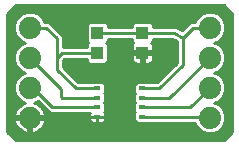
<source format=gtl>
G75*
%MOIN*%
%OFA0B0*%
%FSLAX25Y25*%
%IPPOS*%
%LPD*%
%AMOC8*
5,1,8,0,0,1.08239X$1,22.5*
%
%ADD10R,0.03937X0.04331*%
%ADD11C,0.07400*%
%ADD12R,0.02362X0.01181*%
%ADD13C,0.01000*%
%ADD14C,0.03378*%
D10*
X0034000Y0033154D03*
X0034000Y0039846D03*
X0049000Y0039846D03*
X0049000Y0033154D03*
D11*
X0071500Y0031500D03*
X0071500Y0021500D03*
X0071500Y0011500D03*
X0071500Y0041500D03*
X0011500Y0041500D03*
X0011500Y0031500D03*
X0011500Y0021500D03*
X0011500Y0011500D03*
D12*
X0034020Y0011776D03*
X0034020Y0014925D03*
X0034020Y0018075D03*
X0034020Y0021224D03*
X0048980Y0021224D03*
X0048980Y0018075D03*
X0048980Y0014925D03*
X0048980Y0011776D03*
D13*
X0076667Y0004496D02*
X0006333Y0004496D01*
X0006828Y0004000D02*
X0004000Y0006828D01*
X0004000Y0046172D01*
X0006828Y0049000D01*
X0076172Y0049000D01*
X0079000Y0046172D01*
X0079000Y0006828D01*
X0076172Y0004000D01*
X0006828Y0004000D01*
X0005334Y0005494D02*
X0077666Y0005494D01*
X0078664Y0006493D02*
X0072999Y0006493D01*
X0072534Y0006300D02*
X0074446Y0007092D01*
X0075908Y0008554D01*
X0076700Y0010466D01*
X0076700Y0012534D01*
X0075908Y0014446D01*
X0074446Y0015908D01*
X0073017Y0016500D01*
X0074446Y0017092D01*
X0075908Y0018554D01*
X0076700Y0020466D01*
X0076700Y0022534D01*
X0075908Y0024446D01*
X0074446Y0025908D01*
X0073017Y0026500D01*
X0074446Y0027092D01*
X0075908Y0028554D01*
X0076700Y0030466D01*
X0076700Y0032534D01*
X0075908Y0034446D01*
X0074446Y0035908D01*
X0073017Y0036500D01*
X0074446Y0037092D01*
X0075908Y0038554D01*
X0076700Y0040466D01*
X0076700Y0042534D01*
X0075908Y0044446D01*
X0074446Y0045908D01*
X0072534Y0046700D01*
X0070466Y0046700D01*
X0068554Y0045908D01*
X0067092Y0044446D01*
X0066700Y0043500D01*
X0065172Y0043500D01*
X0064000Y0042328D01*
X0062230Y0040559D01*
X0060919Y0041410D01*
X0060482Y0041846D01*
X0060245Y0041846D01*
X0060047Y0041975D01*
X0059443Y0041846D01*
X0052468Y0041846D01*
X0052468Y0042633D01*
X0051590Y0043512D01*
X0046410Y0043512D01*
X0045531Y0042633D01*
X0045531Y0041846D01*
X0037468Y0041846D01*
X0037468Y0042633D01*
X0036590Y0043512D01*
X0031410Y0043512D01*
X0030531Y0042633D01*
X0030531Y0037060D01*
X0031091Y0036500D01*
X0030531Y0035940D01*
X0030531Y0035154D01*
X0022500Y0035154D01*
X0022500Y0038828D01*
X0017828Y0043500D01*
X0016300Y0043500D01*
X0015908Y0044446D01*
X0014446Y0045908D01*
X0012534Y0046700D01*
X0010466Y0046700D01*
X0008554Y0045908D01*
X0007092Y0044446D01*
X0006300Y0042534D01*
X0006300Y0040466D01*
X0007092Y0038554D01*
X0008554Y0037092D01*
X0009983Y0036500D01*
X0008554Y0035908D01*
X0007092Y0034446D01*
X0006300Y0032534D01*
X0006300Y0030466D01*
X0007092Y0028554D01*
X0008554Y0027092D01*
X0009983Y0026500D01*
X0008554Y0025908D01*
X0007092Y0024446D01*
X0006300Y0022534D01*
X0006300Y0020466D01*
X0007092Y0018554D01*
X0008554Y0017092D01*
X0010017Y0016486D01*
X0009504Y0016319D01*
X0008775Y0015947D01*
X0008112Y0015466D01*
X0007534Y0014888D01*
X0007053Y0014225D01*
X0006681Y0013496D01*
X0006428Y0012718D01*
X0006314Y0012000D01*
X0011000Y0012000D01*
X0011000Y0011000D01*
X0012000Y0011000D01*
X0012000Y0012000D01*
X0016686Y0012000D01*
X0016572Y0012718D01*
X0016319Y0013496D01*
X0015947Y0014225D01*
X0015466Y0014888D01*
X0014888Y0015466D01*
X0014225Y0015947D01*
X0013496Y0016319D01*
X0012983Y0016486D01*
X0014187Y0016985D01*
X0018246Y0012925D01*
X0031435Y0012925D01*
X0031339Y0012564D01*
X0031339Y0011776D01*
X0034020Y0011776D01*
X0036701Y0011776D01*
X0036701Y0012564D01*
X0036599Y0012945D01*
X0036401Y0013287D01*
X0036338Y0013350D01*
X0036701Y0013713D01*
X0036701Y0016137D01*
X0036338Y0016500D01*
X0036701Y0016863D01*
X0036701Y0019287D01*
X0036338Y0019650D01*
X0036701Y0020013D01*
X0036701Y0022436D01*
X0035822Y0023315D01*
X0032217Y0023315D01*
X0032127Y0023224D01*
X0027604Y0023224D01*
X0022500Y0028328D01*
X0022500Y0030672D01*
X0022982Y0031154D01*
X0030531Y0031154D01*
X0030531Y0030367D01*
X0031410Y0029488D01*
X0036590Y0029488D01*
X0037468Y0030367D01*
X0037468Y0035940D01*
X0036909Y0036500D01*
X0037468Y0037060D01*
X0037468Y0037846D01*
X0045531Y0037846D01*
X0045531Y0037060D01*
X0046091Y0036500D01*
X0045831Y0036240D01*
X0045634Y0035898D01*
X0045531Y0035516D01*
X0045531Y0033638D01*
X0048516Y0033638D01*
X0048516Y0032669D01*
X0049484Y0032669D01*
X0049484Y0029488D01*
X0051166Y0029488D01*
X0051547Y0029590D01*
X0051890Y0029788D01*
X0052169Y0030067D01*
X0052366Y0030409D01*
X0052468Y0030791D01*
X0052468Y0032669D01*
X0049484Y0032669D01*
X0049484Y0033638D01*
X0052468Y0033638D01*
X0052468Y0035516D01*
X0052366Y0035898D01*
X0052169Y0036240D01*
X0051909Y0036500D01*
X0052468Y0037060D01*
X0052468Y0037846D01*
X0059062Y0037846D01*
X0060500Y0036913D01*
X0060500Y0029828D01*
X0053896Y0023224D01*
X0050873Y0023224D01*
X0050783Y0023315D01*
X0047178Y0023315D01*
X0046299Y0022436D01*
X0046299Y0020013D01*
X0046662Y0019650D01*
X0046299Y0019287D01*
X0046299Y0016863D01*
X0046662Y0016500D01*
X0046299Y0016137D01*
X0046299Y0013713D01*
X0046662Y0013350D01*
X0046299Y0012987D01*
X0046299Y0010564D01*
X0047178Y0009685D01*
X0050783Y0009685D01*
X0050873Y0009776D01*
X0066586Y0009776D01*
X0067092Y0008554D01*
X0068554Y0007092D01*
X0070466Y0006300D01*
X0072534Y0006300D01*
X0070001Y0006493D02*
X0012916Y0006493D01*
X0012718Y0006428D02*
X0012000Y0006314D01*
X0012000Y0011000D01*
X0016686Y0011000D01*
X0016572Y0010282D01*
X0016319Y0009504D01*
X0015947Y0008775D01*
X0015466Y0008112D01*
X0014888Y0007534D01*
X0014225Y0007053D01*
X0013496Y0006681D01*
X0012718Y0006428D01*
X0012000Y0006493D02*
X0011000Y0006493D01*
X0011000Y0006314D02*
X0010282Y0006428D01*
X0009504Y0006681D01*
X0008775Y0007053D01*
X0008112Y0007534D01*
X0007534Y0008112D01*
X0007053Y0008775D01*
X0006681Y0009504D01*
X0006428Y0010282D01*
X0006314Y0011000D01*
X0011000Y0011000D01*
X0011000Y0006314D01*
X0010084Y0006493D02*
X0004336Y0006493D01*
X0004000Y0007491D02*
X0008171Y0007491D01*
X0007260Y0008490D02*
X0004000Y0008490D01*
X0004000Y0009488D02*
X0006689Y0009488D01*
X0006396Y0010487D02*
X0004000Y0010487D01*
X0004000Y0011485D02*
X0011000Y0011485D01*
X0011500Y0011500D02*
X0011776Y0011776D01*
X0034020Y0011776D01*
X0034020Y0011776D01*
X0036701Y0011776D01*
X0036701Y0010988D01*
X0036599Y0010606D01*
X0036401Y0010264D01*
X0036122Y0009985D01*
X0035780Y0009787D01*
X0035398Y0009685D01*
X0034020Y0009685D01*
X0034020Y0011775D01*
X0034020Y0011775D01*
X0034020Y0009685D01*
X0032641Y0009685D01*
X0032260Y0009787D01*
X0031918Y0009985D01*
X0031638Y0010264D01*
X0031441Y0010606D01*
X0031339Y0010988D01*
X0031339Y0011776D01*
X0034020Y0011776D01*
X0034020Y0011776D01*
X0034020Y0011485D02*
X0034020Y0011485D01*
X0034020Y0010487D02*
X0034020Y0010487D01*
X0031510Y0010487D02*
X0016604Y0010487D01*
X0016311Y0009488D02*
X0066705Y0009488D01*
X0067156Y0008490D02*
X0015740Y0008490D01*
X0014829Y0007491D02*
X0068155Y0007491D01*
X0071500Y0011500D02*
X0071224Y0011776D01*
X0048980Y0011776D01*
X0046299Y0011485D02*
X0036701Y0011485D01*
X0036701Y0012484D02*
X0046299Y0012484D01*
X0046530Y0013482D02*
X0036470Y0013482D01*
X0036701Y0014481D02*
X0046299Y0014481D01*
X0046299Y0015479D02*
X0036701Y0015479D01*
X0036360Y0016478D02*
X0046640Y0016478D01*
X0046299Y0017476D02*
X0036701Y0017476D01*
X0036701Y0018475D02*
X0046299Y0018475D01*
X0046486Y0019473D02*
X0036514Y0019473D01*
X0036701Y0020472D02*
X0046299Y0020472D01*
X0046299Y0021470D02*
X0036701Y0021470D01*
X0036668Y0022469D02*
X0046332Y0022469D01*
X0048980Y0021224D02*
X0054724Y0021224D01*
X0062500Y0029000D01*
X0062500Y0038000D01*
X0059654Y0039846D01*
X0049000Y0039846D01*
X0034000Y0039846D01*
X0030531Y0039443D02*
X0021885Y0039443D01*
X0022500Y0038445D02*
X0030531Y0038445D01*
X0030531Y0037446D02*
X0022500Y0037446D01*
X0022500Y0036448D02*
X0031039Y0036448D01*
X0030531Y0035449D02*
X0022500Y0035449D01*
X0020500Y0038000D02*
X0017000Y0041500D01*
X0011500Y0041500D01*
X0006674Y0043437D02*
X0004000Y0043437D01*
X0004000Y0042439D02*
X0006300Y0042439D01*
X0006300Y0041440D02*
X0004000Y0041440D01*
X0004000Y0040442D02*
X0006310Y0040442D01*
X0006723Y0039443D02*
X0004000Y0039443D01*
X0004000Y0038445D02*
X0007201Y0038445D01*
X0008200Y0037446D02*
X0004000Y0037446D01*
X0004000Y0036448D02*
X0009857Y0036448D01*
X0008095Y0035449D02*
X0004000Y0035449D01*
X0004000Y0034451D02*
X0007097Y0034451D01*
X0006680Y0033452D02*
X0004000Y0033452D01*
X0004000Y0032454D02*
X0006300Y0032454D01*
X0006300Y0031455D02*
X0004000Y0031455D01*
X0004000Y0030457D02*
X0006304Y0030457D01*
X0006717Y0029458D02*
X0004000Y0029458D01*
X0004000Y0028460D02*
X0007186Y0028460D01*
X0008185Y0027461D02*
X0004000Y0027461D01*
X0004000Y0026463D02*
X0009893Y0026463D01*
X0008110Y0025464D02*
X0004000Y0025464D01*
X0004000Y0024466D02*
X0007112Y0024466D01*
X0006686Y0023467D02*
X0004000Y0023467D01*
X0004000Y0022469D02*
X0006300Y0022469D01*
X0006300Y0021470D02*
X0004000Y0021470D01*
X0004000Y0020472D02*
X0006300Y0020472D01*
X0006711Y0019473D02*
X0004000Y0019473D01*
X0004000Y0018475D02*
X0007171Y0018475D01*
X0008170Y0017476D02*
X0004000Y0017476D01*
X0004000Y0016478D02*
X0009992Y0016478D01*
X0008130Y0015479D02*
X0004000Y0015479D01*
X0004000Y0014481D02*
X0007238Y0014481D01*
X0006676Y0013482D02*
X0004000Y0013482D01*
X0004000Y0012484D02*
X0006391Y0012484D01*
X0011000Y0010487D02*
X0012000Y0010487D01*
X0012000Y0011485D02*
X0031339Y0011485D01*
X0031339Y0012484D02*
X0016609Y0012484D01*
X0016324Y0013482D02*
X0017689Y0013482D01*
X0016691Y0014481D02*
X0015762Y0014481D01*
X0015692Y0015479D02*
X0014870Y0015479D01*
X0014694Y0016478D02*
X0013008Y0016478D01*
X0012500Y0021500D02*
X0019075Y0014925D01*
X0034020Y0014925D01*
X0034020Y0018075D02*
X0022425Y0018075D01*
X0022000Y0018500D01*
X0022000Y0021000D01*
X0011500Y0031500D01*
X0020500Y0031500D02*
X0020500Y0027500D01*
X0026776Y0021224D01*
X0034020Y0021224D01*
X0027361Y0023467D02*
X0054139Y0023467D01*
X0055137Y0024466D02*
X0026363Y0024466D01*
X0025364Y0025464D02*
X0056136Y0025464D01*
X0057134Y0026463D02*
X0024366Y0026463D01*
X0023367Y0027461D02*
X0058133Y0027461D01*
X0059131Y0028460D02*
X0022500Y0028460D01*
X0022500Y0029458D02*
X0060130Y0029458D01*
X0060500Y0030457D02*
X0052379Y0030457D01*
X0052468Y0031455D02*
X0060500Y0031455D01*
X0060500Y0032454D02*
X0052468Y0032454D01*
X0052468Y0034451D02*
X0060500Y0034451D01*
X0060500Y0035449D02*
X0052468Y0035449D01*
X0051961Y0036448D02*
X0060500Y0036448D01*
X0059678Y0037446D02*
X0052468Y0037446D01*
X0049484Y0033452D02*
X0060500Y0033452D01*
X0062500Y0038000D02*
X0066000Y0041500D01*
X0071500Y0041500D01*
X0076326Y0043437D02*
X0079000Y0043437D01*
X0079000Y0042439D02*
X0076700Y0042439D01*
X0076700Y0041440D02*
X0079000Y0041440D01*
X0079000Y0040442D02*
X0076690Y0040442D01*
X0076277Y0039443D02*
X0079000Y0039443D01*
X0079000Y0038445D02*
X0075799Y0038445D01*
X0074800Y0037446D02*
X0079000Y0037446D01*
X0079000Y0036448D02*
X0073143Y0036448D01*
X0074905Y0035449D02*
X0079000Y0035449D01*
X0079000Y0034451D02*
X0075903Y0034451D01*
X0076320Y0033452D02*
X0079000Y0033452D01*
X0079000Y0032454D02*
X0076700Y0032454D01*
X0076700Y0031455D02*
X0079000Y0031455D01*
X0079000Y0030457D02*
X0076696Y0030457D01*
X0076283Y0029458D02*
X0079000Y0029458D01*
X0079000Y0028460D02*
X0075814Y0028460D01*
X0074815Y0027461D02*
X0079000Y0027461D01*
X0079000Y0026463D02*
X0073107Y0026463D01*
X0074890Y0025464D02*
X0079000Y0025464D01*
X0079000Y0024466D02*
X0075888Y0024466D01*
X0076314Y0023467D02*
X0079000Y0023467D01*
X0079000Y0022469D02*
X0076700Y0022469D01*
X0076700Y0021470D02*
X0079000Y0021470D01*
X0079000Y0020472D02*
X0076700Y0020472D01*
X0076289Y0019473D02*
X0079000Y0019473D01*
X0079000Y0018475D02*
X0075829Y0018475D01*
X0074830Y0017476D02*
X0079000Y0017476D01*
X0079000Y0016478D02*
X0073071Y0016478D01*
X0074875Y0015479D02*
X0079000Y0015479D01*
X0079000Y0014481D02*
X0075873Y0014481D01*
X0076307Y0013482D02*
X0079000Y0013482D01*
X0079000Y0012484D02*
X0076700Y0012484D01*
X0076700Y0011485D02*
X0079000Y0011485D01*
X0079000Y0010487D02*
X0076700Y0010487D01*
X0076295Y0009488D02*
X0079000Y0009488D01*
X0079000Y0008490D02*
X0075843Y0008490D01*
X0074845Y0007491D02*
X0079000Y0007491D01*
X0071500Y0021500D02*
X0064925Y0014925D01*
X0048980Y0014925D01*
X0048980Y0018075D02*
X0058075Y0018075D01*
X0071500Y0031500D01*
X0063112Y0041440D02*
X0060888Y0041440D01*
X0064111Y0042439D02*
X0052468Y0042439D01*
X0051664Y0043437D02*
X0065109Y0043437D01*
X0067088Y0044436D02*
X0015912Y0044436D01*
X0014919Y0045434D02*
X0068081Y0045434D01*
X0069821Y0046433D02*
X0013179Y0046433D01*
X0009821Y0046433D02*
X0004261Y0046433D01*
X0004000Y0045434D02*
X0008081Y0045434D01*
X0007088Y0044436D02*
X0004000Y0044436D01*
X0005260Y0047432D02*
X0077740Y0047432D01*
X0076742Y0048430D02*
X0006258Y0048430D01*
X0017891Y0043437D02*
X0031336Y0043437D01*
X0030531Y0042439D02*
X0018889Y0042439D01*
X0019888Y0041440D02*
X0030531Y0041440D01*
X0030531Y0040442D02*
X0020886Y0040442D01*
X0020500Y0038000D02*
X0020500Y0031500D01*
X0022154Y0033154D01*
X0034000Y0033154D01*
X0037468Y0033452D02*
X0048516Y0033452D01*
X0049000Y0033154D02*
X0044654Y0033154D01*
X0041500Y0029000D01*
X0037468Y0030457D02*
X0045621Y0030457D01*
X0045634Y0030409D02*
X0045831Y0030067D01*
X0046110Y0029788D01*
X0046453Y0029590D01*
X0046834Y0029488D01*
X0048516Y0029488D01*
X0048516Y0032669D01*
X0045531Y0032669D01*
X0045531Y0030791D01*
X0045634Y0030409D01*
X0045531Y0031455D02*
X0037468Y0031455D01*
X0037468Y0032454D02*
X0045531Y0032454D01*
X0045531Y0034451D02*
X0037468Y0034451D01*
X0037468Y0035449D02*
X0045531Y0035449D01*
X0046039Y0036448D02*
X0036961Y0036448D01*
X0037468Y0037446D02*
X0045531Y0037446D01*
X0048516Y0032454D02*
X0049484Y0032454D01*
X0049484Y0031455D02*
X0048516Y0031455D01*
X0048516Y0030457D02*
X0049484Y0030457D01*
X0045531Y0042439D02*
X0037468Y0042439D01*
X0036664Y0043437D02*
X0046336Y0043437D01*
X0030531Y0030457D02*
X0022500Y0030457D01*
X0012500Y0021500D02*
X0011500Y0021500D01*
X0011000Y0009488D02*
X0012000Y0009488D01*
X0012000Y0008490D02*
X0011000Y0008490D01*
X0011000Y0007491D02*
X0012000Y0007491D01*
X0036530Y0010487D02*
X0046376Y0010487D01*
X0075912Y0044436D02*
X0079000Y0044436D01*
X0079000Y0045434D02*
X0074919Y0045434D01*
X0073179Y0046433D02*
X0078739Y0046433D01*
D14*
X0041500Y0029000D03*
M02*

</source>
